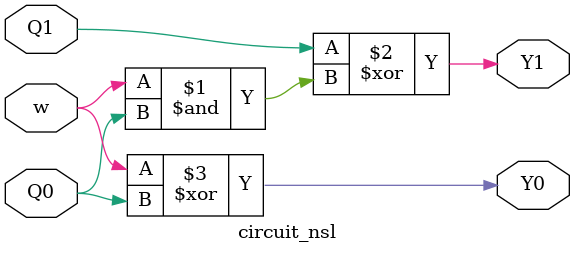
<source format=v>
module circuit_nsl (w, Q1, Q0, Y1, Y0);
	input w, Q1, Q0;
	output Y1, Y0;
	
	assign Y1 = Q1 ^ (w & Q0);
	assign Y0 = w ^ Q0;
	
endmodule
</source>
